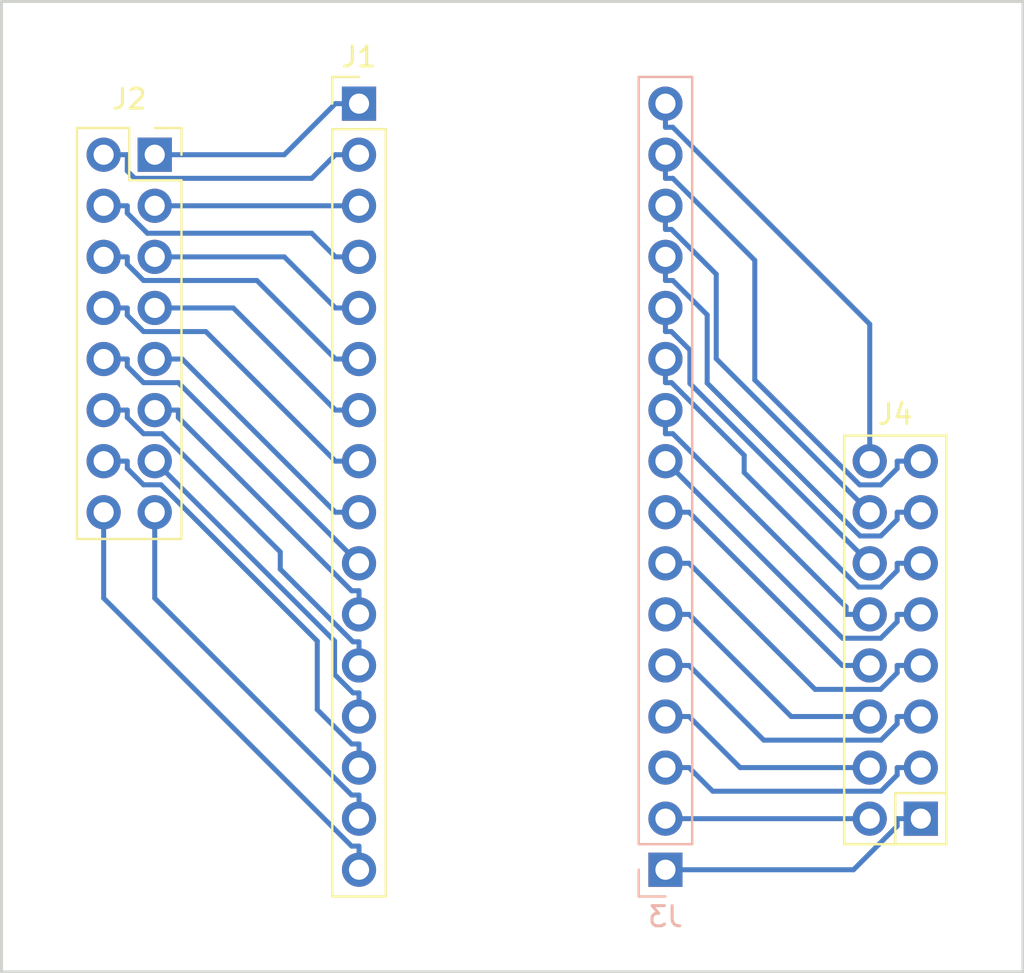
<source format=kicad_pcb>
(kicad_pcb (version 4) (host pcbnew 4.0.6+dfsg1-1)

  (general
    (links 32)
    (no_connects 0)
    (area 142.164999 86.284999 193.115001 134.695001)
    (thickness 1.6)
    (drawings 4)
    (tracks 161)
    (zones 0)
    (modules 4)
    (nets 33)
  )

  (page A4)
  (layers
    (0 F.Cu signal)
    (31 B.Cu signal)
    (32 B.Adhes user)
    (33 F.Adhes user)
    (34 B.Paste user)
    (35 F.Paste user)
    (36 B.SilkS user)
    (37 F.SilkS user)
    (38 B.Mask user)
    (39 F.Mask user)
    (40 Dwgs.User user)
    (41 Cmts.User user)
    (42 Eco1.User user)
    (43 Eco2.User user)
    (44 Edge.Cuts user)
    (45 Margin user)
    (46 B.CrtYd user)
    (47 F.CrtYd user)
    (48 B.Fab user)
    (49 F.Fab user)
  )

  (setup
    (last_trace_width 0.25)
    (trace_clearance 0.2)
    (zone_clearance 0.508)
    (zone_45_only no)
    (trace_min 0.2)
    (segment_width 0.2)
    (edge_width 0.15)
    (via_size 0.6)
    (via_drill 0.4)
    (via_min_size 0.4)
    (via_min_drill 0.3)
    (uvia_size 0.3)
    (uvia_drill 0.1)
    (uvias_allowed no)
    (uvia_min_size 0.2)
    (uvia_min_drill 0.1)
    (pcb_text_width 0.3)
    (pcb_text_size 1.5 1.5)
    (mod_edge_width 0.15)
    (mod_text_size 1 1)
    (mod_text_width 0.15)
    (pad_size 1.524 1.524)
    (pad_drill 0.762)
    (pad_to_mask_clearance 0.2)
    (aux_axis_origin 0 0)
    (visible_elements FFFFFF7F)
    (pcbplotparams
      (layerselection 0x00030_80000001)
      (usegerberextensions false)
      (excludeedgelayer true)
      (linewidth 0.100000)
      (plotframeref false)
      (viasonmask false)
      (mode 1)
      (useauxorigin false)
      (hpglpennumber 1)
      (hpglpenspeed 20)
      (hpglpendiameter 15)
      (hpglpenoverlay 2)
      (psnegative false)
      (psa4output false)
      (plotreference true)
      (plotvalue true)
      (plotinvisibletext false)
      (padsonsilk false)
      (subtractmaskfromsilk false)
      (outputformat 1)
      (mirror false)
      (drillshape 1)
      (scaleselection 1)
      (outputdirectory ""))
  )

  (net 0 "")
  (net 1 /C0_1)
  (net 2 /C0_2)
  (net 3 /C0_3)
  (net 4 /C0_4)
  (net 5 /C0_5)
  (net 6 /C0_6)
  (net 7 /C0_7)
  (net 8 /C0_8)
  (net 9 /C0_9)
  (net 10 /C0_10)
  (net 11 /C0_11)
  (net 12 /C0_12)
  (net 13 /C0_13)
  (net 14 /C0_14)
  (net 15 /C0_15)
  (net 16 /C0_16)
  (net 17 /C1_1)
  (net 18 /C1_2)
  (net 19 /C1_3)
  (net 20 /C1_4)
  (net 21 /C1_5)
  (net 22 /C1_6)
  (net 23 /C1_7)
  (net 24 /C1_8)
  (net 25 /C1_9)
  (net 26 /C1_10)
  (net 27 /C1_11)
  (net 28 /C1_12)
  (net 29 /C1_13)
  (net 30 /C1_14)
  (net 31 /C1_15)
  (net 32 /C1_16)

  (net_class Default "This is the default net class."
    (clearance 0.2)
    (trace_width 0.25)
    (via_dia 0.6)
    (via_drill 0.4)
    (uvia_dia 0.3)
    (uvia_drill 0.1)
    (add_net /C0_1)
    (add_net /C0_10)
    (add_net /C0_11)
    (add_net /C0_12)
    (add_net /C0_13)
    (add_net /C0_14)
    (add_net /C0_15)
    (add_net /C0_16)
    (add_net /C0_2)
    (add_net /C0_3)
    (add_net /C0_4)
    (add_net /C0_5)
    (add_net /C0_6)
    (add_net /C0_7)
    (add_net /C0_8)
    (add_net /C0_9)
    (add_net /C1_1)
    (add_net /C1_10)
    (add_net /C1_11)
    (add_net /C1_12)
    (add_net /C1_13)
    (add_net /C1_14)
    (add_net /C1_15)
    (add_net /C1_16)
    (add_net /C1_2)
    (add_net /C1_3)
    (add_net /C1_4)
    (add_net /C1_5)
    (add_net /C1_6)
    (add_net /C1_7)
    (add_net /C1_8)
    (add_net /C1_9)
  )

  (module Connector_PinHeader_2.54mm:PinHeader_1x16_P2.54mm_Vertical (layer F.Cu) (tedit 59FED5CC) (tstamp 5A918463)
    (at 160.02 91.44)
    (descr "Through hole straight pin header, 1x16, 2.54mm pitch, single row")
    (tags "Through hole pin header THT 1x16 2.54mm single row")
    (path /5A918315)
    (fp_text reference J1 (at 0 -2.33) (layer F.SilkS)
      (effects (font (size 1 1) (thickness 0.15)))
    )
    (fp_text value CONN_01X16 (at 0 40.43) (layer F.Fab)
      (effects (font (size 1 1) (thickness 0.15)))
    )
    (fp_line (start -0.635 -1.27) (end 1.27 -1.27) (layer F.Fab) (width 0.1))
    (fp_line (start 1.27 -1.27) (end 1.27 39.37) (layer F.Fab) (width 0.1))
    (fp_line (start 1.27 39.37) (end -1.27 39.37) (layer F.Fab) (width 0.1))
    (fp_line (start -1.27 39.37) (end -1.27 -0.635) (layer F.Fab) (width 0.1))
    (fp_line (start -1.27 -0.635) (end -0.635 -1.27) (layer F.Fab) (width 0.1))
    (fp_line (start -1.33 39.43) (end 1.33 39.43) (layer F.SilkS) (width 0.12))
    (fp_line (start -1.33 1.27) (end -1.33 39.43) (layer F.SilkS) (width 0.12))
    (fp_line (start 1.33 1.27) (end 1.33 39.43) (layer F.SilkS) (width 0.12))
    (fp_line (start -1.33 1.27) (end 1.33 1.27) (layer F.SilkS) (width 0.12))
    (fp_line (start -1.33 0) (end -1.33 -1.33) (layer F.SilkS) (width 0.12))
    (fp_line (start -1.33 -1.33) (end 0 -1.33) (layer F.SilkS) (width 0.12))
    (fp_line (start -1.8 -1.8) (end -1.8 39.9) (layer F.CrtYd) (width 0.05))
    (fp_line (start -1.8 39.9) (end 1.8 39.9) (layer F.CrtYd) (width 0.05))
    (fp_line (start 1.8 39.9) (end 1.8 -1.8) (layer F.CrtYd) (width 0.05))
    (fp_line (start 1.8 -1.8) (end -1.8 -1.8) (layer F.CrtYd) (width 0.05))
    (fp_text user %R (at 0 19.05 90) (layer F.Fab)
      (effects (font (size 1 1) (thickness 0.15)))
    )
    (pad 1 thru_hole rect (at 0 0) (size 1.7 1.7) (drill 1) (layers *.Cu *.Mask)
      (net 1 /C0_1))
    (pad 2 thru_hole oval (at 0 2.54) (size 1.7 1.7) (drill 1) (layers *.Cu *.Mask)
      (net 2 /C0_2))
    (pad 3 thru_hole oval (at 0 5.08) (size 1.7 1.7) (drill 1) (layers *.Cu *.Mask)
      (net 3 /C0_3))
    (pad 4 thru_hole oval (at 0 7.62) (size 1.7 1.7) (drill 1) (layers *.Cu *.Mask)
      (net 4 /C0_4))
    (pad 5 thru_hole oval (at 0 10.16) (size 1.7 1.7) (drill 1) (layers *.Cu *.Mask)
      (net 5 /C0_5))
    (pad 6 thru_hole oval (at 0 12.7) (size 1.7 1.7) (drill 1) (layers *.Cu *.Mask)
      (net 6 /C0_6))
    (pad 7 thru_hole oval (at 0 15.24) (size 1.7 1.7) (drill 1) (layers *.Cu *.Mask)
      (net 7 /C0_7))
    (pad 8 thru_hole oval (at 0 17.78) (size 1.7 1.7) (drill 1) (layers *.Cu *.Mask)
      (net 8 /C0_8))
    (pad 9 thru_hole oval (at 0 20.32) (size 1.7 1.7) (drill 1) (layers *.Cu *.Mask)
      (net 9 /C0_9))
    (pad 10 thru_hole oval (at 0 22.86) (size 1.7 1.7) (drill 1) (layers *.Cu *.Mask)
      (net 10 /C0_10))
    (pad 11 thru_hole oval (at 0 25.4) (size 1.7 1.7) (drill 1) (layers *.Cu *.Mask)
      (net 11 /C0_11))
    (pad 12 thru_hole oval (at 0 27.94) (size 1.7 1.7) (drill 1) (layers *.Cu *.Mask)
      (net 12 /C0_12))
    (pad 13 thru_hole oval (at 0 30.48) (size 1.7 1.7) (drill 1) (layers *.Cu *.Mask)
      (net 13 /C0_13))
    (pad 14 thru_hole oval (at 0 33.02) (size 1.7 1.7) (drill 1) (layers *.Cu *.Mask)
      (net 14 /C0_14))
    (pad 15 thru_hole oval (at 0 35.56) (size 1.7 1.7) (drill 1) (layers *.Cu *.Mask)
      (net 15 /C0_15))
    (pad 16 thru_hole oval (at 0 38.1) (size 1.7 1.7) (drill 1) (layers *.Cu *.Mask)
      (net 16 /C0_16))
    (model ${KISYS3DMOD}/Connector_PinHeader_2.54mm.3dshapes/PinHeader_1x16_P2.54mm_Vertical.wrl
      (at (xyz 0 0 0))
      (scale (xyz 1 1 1))
      (rotate (xyz 0 0 0))
    )
  )

  (module Connector_PinSocket_2.54mm:PinSocket_2x08_P2.54mm_Vertical (layer F.Cu) (tedit 5A19A42B) (tstamp 5A918477)
    (at 149.86 93.98)
    (descr "Through hole straight socket strip, 2x08, 2.54mm pitch, double cols (from Kicad 4.0.7), script generated")
    (tags "Through hole socket strip THT 2x08 2.54mm double row")
    (path /5A918364)
    (fp_text reference J2 (at -1.27 -2.77) (layer F.SilkS)
      (effects (font (size 1 1) (thickness 0.15)))
    )
    (fp_text value CONN_02X08 (at -1.27 20.55) (layer F.Fab)
      (effects (font (size 1 1) (thickness 0.15)))
    )
    (fp_line (start -3.81 -1.27) (end 0.27 -1.27) (layer F.Fab) (width 0.1))
    (fp_line (start 0.27 -1.27) (end 1.27 -0.27) (layer F.Fab) (width 0.1))
    (fp_line (start 1.27 -0.27) (end 1.27 19.05) (layer F.Fab) (width 0.1))
    (fp_line (start 1.27 19.05) (end -3.81 19.05) (layer F.Fab) (width 0.1))
    (fp_line (start -3.81 19.05) (end -3.81 -1.27) (layer F.Fab) (width 0.1))
    (fp_line (start -3.87 -1.33) (end -1.27 -1.33) (layer F.SilkS) (width 0.12))
    (fp_line (start -3.87 -1.33) (end -3.87 19.11) (layer F.SilkS) (width 0.12))
    (fp_line (start -3.87 19.11) (end 1.33 19.11) (layer F.SilkS) (width 0.12))
    (fp_line (start 1.33 1.27) (end 1.33 19.11) (layer F.SilkS) (width 0.12))
    (fp_line (start -1.27 1.27) (end 1.33 1.27) (layer F.SilkS) (width 0.12))
    (fp_line (start -1.27 -1.33) (end -1.27 1.27) (layer F.SilkS) (width 0.12))
    (fp_line (start 1.33 -1.33) (end 1.33 0) (layer F.SilkS) (width 0.12))
    (fp_line (start 0 -1.33) (end 1.33 -1.33) (layer F.SilkS) (width 0.12))
    (fp_line (start -4.34 -1.8) (end 1.76 -1.8) (layer F.CrtYd) (width 0.05))
    (fp_line (start 1.76 -1.8) (end 1.76 19.55) (layer F.CrtYd) (width 0.05))
    (fp_line (start 1.76 19.55) (end -4.34 19.55) (layer F.CrtYd) (width 0.05))
    (fp_line (start -4.34 19.55) (end -4.34 -1.8) (layer F.CrtYd) (width 0.05))
    (fp_text user %R (at -1.27 8.89 90) (layer F.Fab)
      (effects (font (size 1 1) (thickness 0.15)))
    )
    (pad 1 thru_hole rect (at 0 0) (size 1.7 1.7) (drill 1) (layers *.Cu *.Mask)
      (net 1 /C0_1))
    (pad 2 thru_hole oval (at -2.54 0) (size 1.7 1.7) (drill 1) (layers *.Cu *.Mask)
      (net 2 /C0_2))
    (pad 3 thru_hole oval (at 0 2.54) (size 1.7 1.7) (drill 1) (layers *.Cu *.Mask)
      (net 3 /C0_3))
    (pad 4 thru_hole oval (at -2.54 2.54) (size 1.7 1.7) (drill 1) (layers *.Cu *.Mask)
      (net 4 /C0_4))
    (pad 5 thru_hole oval (at 0 5.08) (size 1.7 1.7) (drill 1) (layers *.Cu *.Mask)
      (net 5 /C0_5))
    (pad 6 thru_hole oval (at -2.54 5.08) (size 1.7 1.7) (drill 1) (layers *.Cu *.Mask)
      (net 6 /C0_6))
    (pad 7 thru_hole oval (at 0 7.62) (size 1.7 1.7) (drill 1) (layers *.Cu *.Mask)
      (net 7 /C0_7))
    (pad 8 thru_hole oval (at -2.54 7.62) (size 1.7 1.7) (drill 1) (layers *.Cu *.Mask)
      (net 8 /C0_8))
    (pad 9 thru_hole oval (at 0 10.16) (size 1.7 1.7) (drill 1) (layers *.Cu *.Mask)
      (net 9 /C0_9))
    (pad 10 thru_hole oval (at -2.54 10.16) (size 1.7 1.7) (drill 1) (layers *.Cu *.Mask)
      (net 10 /C0_10))
    (pad 11 thru_hole oval (at 0 12.7) (size 1.7 1.7) (drill 1) (layers *.Cu *.Mask)
      (net 11 /C0_11))
    (pad 12 thru_hole oval (at -2.54 12.7) (size 1.7 1.7) (drill 1) (layers *.Cu *.Mask)
      (net 12 /C0_12))
    (pad 13 thru_hole oval (at 0 15.24) (size 1.7 1.7) (drill 1) (layers *.Cu *.Mask)
      (net 13 /C0_13))
    (pad 14 thru_hole oval (at -2.54 15.24) (size 1.7 1.7) (drill 1) (layers *.Cu *.Mask)
      (net 14 /C0_14))
    (pad 15 thru_hole oval (at 0 17.78) (size 1.7 1.7) (drill 1) (layers *.Cu *.Mask)
      (net 15 /C0_15))
    (pad 16 thru_hole oval (at -2.54 17.78) (size 1.7 1.7) (drill 1) (layers *.Cu *.Mask)
      (net 16 /C0_16))
    (model ${KISYS3DMOD}/Connector_PinSocket_2.54mm.3dshapes/PinSocket_2x08_P2.54mm_Vertical.wrl
      (at (xyz 0 0 0))
      (scale (xyz 1 1 1))
      (rotate (xyz 0 0 0))
    )
  )

  (module Connector_PinHeader_2.54mm:PinHeader_1x16_P2.54mm_Vertical (layer B.Cu) (tedit 59FED5CC) (tstamp 5A918796)
    (at 175.26 129.54)
    (descr "Through hole straight pin header, 1x16, 2.54mm pitch, single row")
    (tags "Through hole pin header THT 1x16 2.54mm single row")
    (path /5A91863B)
    (fp_text reference J3 (at 0 2.33) (layer B.SilkS)
      (effects (font (size 1 1) (thickness 0.15)) (justify mirror))
    )
    (fp_text value CONN_01X16 (at 0 -40.43) (layer B.Fab)
      (effects (font (size 1 1) (thickness 0.15)) (justify mirror))
    )
    (fp_line (start -0.635 1.27) (end 1.27 1.27) (layer B.Fab) (width 0.1))
    (fp_line (start 1.27 1.27) (end 1.27 -39.37) (layer B.Fab) (width 0.1))
    (fp_line (start 1.27 -39.37) (end -1.27 -39.37) (layer B.Fab) (width 0.1))
    (fp_line (start -1.27 -39.37) (end -1.27 0.635) (layer B.Fab) (width 0.1))
    (fp_line (start -1.27 0.635) (end -0.635 1.27) (layer B.Fab) (width 0.1))
    (fp_line (start -1.33 -39.43) (end 1.33 -39.43) (layer B.SilkS) (width 0.12))
    (fp_line (start -1.33 -1.27) (end -1.33 -39.43) (layer B.SilkS) (width 0.12))
    (fp_line (start 1.33 -1.27) (end 1.33 -39.43) (layer B.SilkS) (width 0.12))
    (fp_line (start -1.33 -1.27) (end 1.33 -1.27) (layer B.SilkS) (width 0.12))
    (fp_line (start -1.33 0) (end -1.33 1.33) (layer B.SilkS) (width 0.12))
    (fp_line (start -1.33 1.33) (end 0 1.33) (layer B.SilkS) (width 0.12))
    (fp_line (start -1.8 1.8) (end -1.8 -39.9) (layer B.CrtYd) (width 0.05))
    (fp_line (start -1.8 -39.9) (end 1.8 -39.9) (layer B.CrtYd) (width 0.05))
    (fp_line (start 1.8 -39.9) (end 1.8 1.8) (layer B.CrtYd) (width 0.05))
    (fp_line (start 1.8 1.8) (end -1.8 1.8) (layer B.CrtYd) (width 0.05))
    (fp_text user %R (at 0 -19.05 270) (layer B.Fab)
      (effects (font (size 1 1) (thickness 0.15)) (justify mirror))
    )
    (pad 1 thru_hole rect (at 0 0) (size 1.7 1.7) (drill 1) (layers *.Cu *.Mask)
      (net 17 /C1_1))
    (pad 2 thru_hole oval (at 0 -2.54) (size 1.7 1.7) (drill 1) (layers *.Cu *.Mask)
      (net 18 /C1_2))
    (pad 3 thru_hole oval (at 0 -5.08) (size 1.7 1.7) (drill 1) (layers *.Cu *.Mask)
      (net 19 /C1_3))
    (pad 4 thru_hole oval (at 0 -7.62) (size 1.7 1.7) (drill 1) (layers *.Cu *.Mask)
      (net 20 /C1_4))
    (pad 5 thru_hole oval (at 0 -10.16) (size 1.7 1.7) (drill 1) (layers *.Cu *.Mask)
      (net 21 /C1_5))
    (pad 6 thru_hole oval (at 0 -12.7) (size 1.7 1.7) (drill 1) (layers *.Cu *.Mask)
      (net 22 /C1_6))
    (pad 7 thru_hole oval (at 0 -15.24) (size 1.7 1.7) (drill 1) (layers *.Cu *.Mask)
      (net 23 /C1_7))
    (pad 8 thru_hole oval (at 0 -17.78) (size 1.7 1.7) (drill 1) (layers *.Cu *.Mask)
      (net 24 /C1_8))
    (pad 9 thru_hole oval (at 0 -20.32) (size 1.7 1.7) (drill 1) (layers *.Cu *.Mask)
      (net 25 /C1_9))
    (pad 10 thru_hole oval (at 0 -22.86) (size 1.7 1.7) (drill 1) (layers *.Cu *.Mask)
      (net 26 /C1_10))
    (pad 11 thru_hole oval (at 0 -25.4) (size 1.7 1.7) (drill 1) (layers *.Cu *.Mask)
      (net 27 /C1_11))
    (pad 12 thru_hole oval (at 0 -27.94) (size 1.7 1.7) (drill 1) (layers *.Cu *.Mask)
      (net 28 /C1_12))
    (pad 13 thru_hole oval (at 0 -30.48) (size 1.7 1.7) (drill 1) (layers *.Cu *.Mask)
      (net 29 /C1_13))
    (pad 14 thru_hole oval (at 0 -33.02) (size 1.7 1.7) (drill 1) (layers *.Cu *.Mask)
      (net 30 /C1_14))
    (pad 15 thru_hole oval (at 0 -35.56) (size 1.7 1.7) (drill 1) (layers *.Cu *.Mask)
      (net 31 /C1_15))
    (pad 16 thru_hole oval (at 0 -38.1) (size 1.7 1.7) (drill 1) (layers *.Cu *.Mask)
      (net 32 /C1_16))
    (model ${KISYS3DMOD}/Connector_PinHeader_2.54mm.3dshapes/PinHeader_1x16_P2.54mm_Vertical.wrl
      (at (xyz 0 0 0))
      (scale (xyz 1 1 1))
      (rotate (xyz 0 0 0))
    )
  )

  (module kiddy:PinSocket_2x08_P2.54mm_Vertical_R (layer F.Cu) (tedit 5A746204) (tstamp 5A9187AA)
    (at 187.96 127)
    (descr "Through hole straight pin header, 2x08, 2.54mm pitch, double rows")
    (tags "Through hole pin header THT 2x08 2.54mm double row")
    (path /5A91866E)
    (fp_text reference J4 (at -1.27 -20.11) (layer F.SilkS)
      (effects (font (size 1 1) (thickness 0.15)))
    )
    (fp_text value CONN_02X08 (at -1.27 2.33) (layer F.Fab)
      (effects (font (size 1 1) (thickness 0.15)))
    )
    (fp_line (start 0 1.27) (end -3.81 1.27) (layer F.Fab) (width 0.1))
    (fp_line (start -3.81 1.27) (end -3.81 -19.05) (layer F.Fab) (width 0.1))
    (fp_line (start -3.81 -19.05) (end 1.27 -19.05) (layer F.Fab) (width 0.1))
    (fp_line (start 1.27 -19.05) (end 1.27 0) (layer F.Fab) (width 0.1))
    (fp_line (start 1.27 0) (end 0 1.27) (layer F.Fab) (width 0.1))
    (fp_line (start 1.27 -19.05) (end -3.81 -19.05) (layer F.SilkS) (width 0.12))
    (fp_line (start 1.27 0) (end 1.27 -19.05) (layer F.SilkS) (width 0.12))
    (fp_line (start -3.81 1.27) (end -3.81 -19.05) (layer F.SilkS) (width 0.12))
    (fp_line (start 1.27 -1.27) (end -1.27 -1.27) (layer F.SilkS) (width 0.12))
    (fp_line (start -1.27 -1.27) (end -1.27 1.27) (layer F.SilkS) (width 0.12))
    (fp_line (start 1.26443 1.27) (end -3.81 1.27) (layer F.SilkS) (width 0.12))
    (fp_line (start 1.27 0) (end 1.27 1.27) (layer F.SilkS) (width 0.12))
    (fp_line (start -4.34 -19.58) (end -4.34 1.77) (layer F.CrtYd) (width 0.05))
    (fp_line (start -4.34 1.77) (end 1.81 1.77) (layer F.CrtYd) (width 0.05))
    (fp_line (start 1.81 1.77) (end 1.81 -19.58) (layer F.CrtYd) (width 0.05))
    (fp_line (start 1.81 -19.58) (end -4.34 -19.58) (layer F.CrtYd) (width 0.05))
    (fp_text user %R (at 0 -22.86 180) (layer F.Fab)
      (effects (font (size 1 1) (thickness 0.15)))
    )
    (pad 1 thru_hole rect (at 0 0) (size 1.7 1.7) (drill 1) (layers *.Cu *.Mask)
      (net 17 /C1_1))
    (pad 2 thru_hole oval (at -2.54 0) (size 1.7 1.7) (drill 1) (layers *.Cu *.Mask)
      (net 18 /C1_2))
    (pad 3 thru_hole oval (at 0 -2.54) (size 1.7 1.7) (drill 1) (layers *.Cu *.Mask)
      (net 19 /C1_3))
    (pad 4 thru_hole oval (at -2.54 -2.54) (size 1.7 1.7) (drill 1) (layers *.Cu *.Mask)
      (net 20 /C1_4))
    (pad 5 thru_hole oval (at 0 -5.08) (size 1.7 1.7) (drill 1) (layers *.Cu *.Mask)
      (net 21 /C1_5))
    (pad 6 thru_hole oval (at -2.54 -5.08) (size 1.7 1.7) (drill 1) (layers *.Cu *.Mask)
      (net 22 /C1_6))
    (pad 7 thru_hole oval (at 0 -7.62) (size 1.7 1.7) (drill 1) (layers *.Cu *.Mask)
      (net 23 /C1_7))
    (pad 8 thru_hole oval (at -2.54 -7.62) (size 1.7 1.7) (drill 1) (layers *.Cu *.Mask)
      (net 24 /C1_8))
    (pad 9 thru_hole oval (at 0 -10.16) (size 1.7 1.7) (drill 1) (layers *.Cu *.Mask)
      (net 25 /C1_9))
    (pad 10 thru_hole oval (at -2.54 -10.16) (size 1.7 1.7) (drill 1) (layers *.Cu *.Mask)
      (net 26 /C1_10))
    (pad 11 thru_hole oval (at 0 -12.7) (size 1.7 1.7) (drill 1) (layers *.Cu *.Mask)
      (net 27 /C1_11))
    (pad 12 thru_hole oval (at -2.54 -12.7) (size 1.7 1.7) (drill 1) (layers *.Cu *.Mask)
      (net 28 /C1_12))
    (pad 13 thru_hole oval (at 0 -15.24) (size 1.7 1.7) (drill 1) (layers *.Cu *.Mask)
      (net 29 /C1_13))
    (pad 14 thru_hole oval (at -2.54 -15.24) (size 1.7 1.7) (drill 1) (layers *.Cu *.Mask)
      (net 30 /C1_14))
    (pad 15 thru_hole oval (at 0 -17.78) (size 1.7 1.7) (drill 1) (layers *.Cu *.Mask)
      (net 31 /C1_15))
    (pad 16 thru_hole oval (at -2.54 -17.78) (size 1.7 1.7) (drill 1) (layers *.Cu *.Mask)
      (net 32 /C1_16))
    (model ${KISYS3DMOD}/Connector_PinSocket_2.54mm.3dshapes/PinSocket_2x08_P2.54mm_Vertical.wrl
      (at (xyz 0 0.7 0))
      (scale (xyz 1 1 1))
      (rotate (xyz 0 0 0))
    )
  )

  (gr_line (start 193.04 86.36) (end 142.24 86.36) (layer Edge.Cuts) (width 0.15))
  (gr_line (start 193.04 134.62) (end 193.04 86.36) (layer Edge.Cuts) (width 0.15))
  (gr_line (start 142.24 134.62) (end 193.04 134.62) (layer Edge.Cuts) (width 0.15))
  (gr_line (start 142.24 86.36) (end 142.24 134.62) (layer Edge.Cuts) (width 0.15))

  (segment (start 156.305 93.98) (end 149.86 93.98) (width 0.25) (layer B.Cu) (net 1))
  (segment (start 158.845 91.44) (end 156.305 93.98) (width 0.25) (layer B.Cu) (net 1))
  (segment (start 160.02 91.44) (end 158.845 91.44) (width 0.25) (layer B.Cu) (net 1))
  (segment (start 148.495 93.98) (end 147.32 93.98) (width 0.25) (layer B.Cu) (net 2))
  (segment (start 148.495 94.788) (end 148.495 93.98) (width 0.25) (layer B.Cu) (net 2))
  (segment (start 148.863 95.1553) (end 148.495 94.788) (width 0.25) (layer B.Cu) (net 2))
  (segment (start 157.669 95.1553) (end 148.863 95.1553) (width 0.25) (layer B.Cu) (net 2))
  (segment (start 158.845 93.98) (end 157.669 95.1553) (width 0.25) (layer B.Cu) (net 2))
  (segment (start 160.02 93.98) (end 158.845 93.98) (width 0.25) (layer B.Cu) (net 2))
  (segment (start 149.86 96.52) (end 160.02 96.52) (width 0.25) (layer B.Cu) (net 3))
  (segment (start 148.495 96.52) (end 147.32 96.52) (width 0.25) (layer B.Cu) (net 4))
  (segment (start 148.495 96.8874) (end 148.495 96.52) (width 0.25) (layer B.Cu) (net 4))
  (segment (start 149.493 97.8847) (end 148.495 96.8874) (width 0.25) (layer B.Cu) (net 4))
  (segment (start 157.669 97.8847) (end 149.493 97.8847) (width 0.25) (layer B.Cu) (net 4))
  (segment (start 158.845 99.06) (end 157.669 97.8847) (width 0.25) (layer B.Cu) (net 4))
  (segment (start 160.02 99.06) (end 158.845 99.06) (width 0.25) (layer B.Cu) (net 4))
  (segment (start 156.305 99.06) (end 149.86 99.06) (width 0.25) (layer B.Cu) (net 5))
  (segment (start 158.845 101.6) (end 156.305 99.06) (width 0.25) (layer B.Cu) (net 5))
  (segment (start 160.02 101.6) (end 158.845 101.6) (width 0.25) (layer B.Cu) (net 5))
  (segment (start 158.845 104.14) (end 160.02 104.14) (width 0.25) (layer B.Cu) (net 6))
  (segment (start 154.94 100.235) (end 158.845 104.14) (width 0.25) (layer B.Cu) (net 6))
  (segment (start 149.303 100.235) (end 154.94 100.235) (width 0.25) (layer B.Cu) (net 6))
  (segment (start 148.495 99.4274) (end 149.303 100.235) (width 0.25) (layer B.Cu) (net 6))
  (segment (start 148.495 99.06) (end 148.495 99.4274) (width 0.25) (layer B.Cu) (net 6))
  (segment (start 147.32 99.06) (end 148.495 99.06) (width 0.25) (layer B.Cu) (net 6))
  (segment (start 158.845 106.68) (end 160.02 106.68) (width 0.25) (layer B.Cu) (net 7))
  (segment (start 153.765 101.6) (end 158.845 106.68) (width 0.25) (layer B.Cu) (net 7))
  (segment (start 149.86 101.6) (end 153.765 101.6) (width 0.25) (layer B.Cu) (net 7))
  (segment (start 148.495 101.6) (end 147.32 101.6) (width 0.25) (layer B.Cu) (net 8))
  (segment (start 148.495 101.967) (end 148.495 101.6) (width 0.25) (layer B.Cu) (net 8))
  (segment (start 149.303 102.775) (end 148.495 101.967) (width 0.25) (layer B.Cu) (net 8))
  (segment (start 152.4 102.775) (end 149.303 102.775) (width 0.25) (layer B.Cu) (net 8))
  (segment (start 158.845 109.22) (end 152.4 102.775) (width 0.25) (layer B.Cu) (net 8))
  (segment (start 160.02 109.22) (end 158.845 109.22) (width 0.25) (layer B.Cu) (net 8))
  (segment (start 151.225 104.14) (end 149.86 104.14) (width 0.25) (layer B.Cu) (net 9))
  (segment (start 158.845 111.76) (end 151.225 104.14) (width 0.25) (layer B.Cu) (net 9))
  (segment (start 160.02 111.76) (end 158.845 111.76) (width 0.25) (layer B.Cu) (net 9))
  (segment (start 151.035 105.315) (end 160.02 114.3) (width 0.25) (layer B.Cu) (net 10))
  (segment (start 149.303 105.315) (end 151.035 105.315) (width 0.25) (layer B.Cu) (net 10))
  (segment (start 148.495 104.507) (end 149.303 105.315) (width 0.25) (layer B.Cu) (net 10))
  (segment (start 148.495 104.14) (end 148.495 104.507) (width 0.25) (layer B.Cu) (net 10))
  (segment (start 147.32 104.14) (end 148.495 104.14) (width 0.25) (layer B.Cu) (net 10))
  (segment (start 151.035 106.68) (end 149.86 106.68) (width 0.25) (layer B.Cu) (net 11))
  (segment (start 151.035 107.047) (end 151.035 106.68) (width 0.25) (layer B.Cu) (net 11))
  (segment (start 159.653 115.665) (end 151.035 107.047) (width 0.25) (layer B.Cu) (net 11))
  (segment (start 160.02 115.665) (end 159.653 115.665) (width 0.25) (layer B.Cu) (net 11))
  (segment (start 160.02 116.84) (end 160.02 115.665) (width 0.25) (layer B.Cu) (net 11))
  (segment (start 148.495 106.68) (end 147.32 106.68) (width 0.25) (layer B.Cu) (net 12))
  (segment (start 148.495 107.047) (end 148.495 106.68) (width 0.25) (layer B.Cu) (net 12))
  (segment (start 149.303 107.855) (end 148.495 107.047) (width 0.25) (layer B.Cu) (net 12))
  (segment (start 150.224 107.855) (end 149.303 107.855) (width 0.25) (layer B.Cu) (net 12))
  (segment (start 156.104 113.736) (end 150.224 107.855) (width 0.25) (layer B.Cu) (net 12))
  (segment (start 156.104 114.592) (end 156.104 113.736) (width 0.25) (layer B.Cu) (net 12))
  (segment (start 159.717 118.205) (end 156.104 114.592) (width 0.25) (layer B.Cu) (net 12))
  (segment (start 160.02 118.205) (end 159.717 118.205) (width 0.25) (layer B.Cu) (net 12))
  (segment (start 160.02 119.38) (end 160.02 118.205) (width 0.25) (layer B.Cu) (net 12))
  (segment (start 158.804 118.164) (end 149.86 109.22) (width 0.25) (layer B.Cu) (net 13))
  (segment (start 158.804 119.827) (end 158.804 118.164) (width 0.25) (layer B.Cu) (net 13))
  (segment (start 159.722 120.745) (end 158.804 119.827) (width 0.25) (layer B.Cu) (net 13))
  (segment (start 160.02 120.745) (end 159.722 120.745) (width 0.25) (layer B.Cu) (net 13))
  (segment (start 160.02 121.92) (end 160.02 120.745) (width 0.25) (layer B.Cu) (net 13))
  (segment (start 160.02 123.285) (end 160.02 124.46) (width 0.25) (layer B.Cu) (net 14))
  (segment (start 159.653 123.285) (end 160.02 123.285) (width 0.25) (layer B.Cu) (net 14))
  (segment (start 157.944 121.576) (end 159.653 123.285) (width 0.25) (layer B.Cu) (net 14))
  (segment (start 157.944 118.17) (end 157.944 121.576) (width 0.25) (layer B.Cu) (net 14))
  (segment (start 150.169 110.395) (end 157.944 118.17) (width 0.25) (layer B.Cu) (net 14))
  (segment (start 149.303 110.395) (end 150.169 110.395) (width 0.25) (layer B.Cu) (net 14))
  (segment (start 148.495 109.587) (end 149.303 110.395) (width 0.25) (layer B.Cu) (net 14))
  (segment (start 148.495 109.22) (end 148.495 109.587) (width 0.25) (layer B.Cu) (net 14))
  (segment (start 147.32 109.22) (end 148.495 109.22) (width 0.25) (layer B.Cu) (net 14))
  (segment (start 149.86 116.032) (end 149.86 111.76) (width 0.25) (layer B.Cu) (net 15))
  (segment (start 159.653 125.825) (end 149.86 116.032) (width 0.25) (layer B.Cu) (net 15))
  (segment (start 160.02 125.825) (end 159.653 125.825) (width 0.25) (layer B.Cu) (net 15))
  (segment (start 160.02 127) (end 160.02 125.825) (width 0.25) (layer B.Cu) (net 15))
  (segment (start 147.32 116.032) (end 147.32 111.76) (width 0.25) (layer B.Cu) (net 16))
  (segment (start 159.653 128.365) (end 147.32 116.032) (width 0.25) (layer B.Cu) (net 16))
  (segment (start 160.02 128.365) (end 159.653 128.365) (width 0.25) (layer B.Cu) (net 16))
  (segment (start 160.02 129.54) (end 160.02 128.365) (width 0.25) (layer B.Cu) (net 16))
  (segment (start 184.612 129.54) (end 175.26 129.54) (width 0.25) (layer B.Cu) (net 17))
  (segment (start 186.785 127.367) (end 184.612 129.54) (width 0.25) (layer B.Cu) (net 17))
  (segment (start 186.785 127) (end 186.785 127.367) (width 0.25) (layer B.Cu) (net 17))
  (segment (start 187.96 127) (end 186.785 127) (width 0.25) (layer B.Cu) (net 17))
  (segment (start 185.42 127) (end 175.26 127) (width 0.25) (layer B.Cu) (net 18))
  (segment (start 186.785 124.46) (end 187.96 124.46) (width 0.25) (layer B.Cu) (net 19))
  (segment (start 186.785 124.827) (end 186.785 124.46) (width 0.25) (layer B.Cu) (net 19))
  (segment (start 185.977 125.635) (end 186.785 124.827) (width 0.25) (layer B.Cu) (net 19))
  (segment (start 177.611 125.635) (end 185.977 125.635) (width 0.25) (layer B.Cu) (net 19))
  (segment (start 176.435 124.46) (end 177.611 125.635) (width 0.25) (layer B.Cu) (net 19))
  (segment (start 175.26 124.46) (end 176.435 124.46) (width 0.25) (layer B.Cu) (net 19))
  (segment (start 178.975 124.46) (end 185.42 124.46) (width 0.25) (layer B.Cu) (net 20))
  (segment (start 176.435 121.92) (end 178.975 124.46) (width 0.25) (layer B.Cu) (net 20))
  (segment (start 175.26 121.92) (end 176.435 121.92) (width 0.25) (layer B.Cu) (net 20))
  (segment (start 176.435 119.38) (end 175.26 119.38) (width 0.25) (layer B.Cu) (net 21))
  (segment (start 180.151 123.095) (end 176.435 119.38) (width 0.25) (layer B.Cu) (net 21))
  (segment (start 185.977 123.095) (end 180.151 123.095) (width 0.25) (layer B.Cu) (net 21))
  (segment (start 186.785 122.287) (end 185.977 123.095) (width 0.25) (layer B.Cu) (net 21))
  (segment (start 186.785 121.92) (end 186.785 122.287) (width 0.25) (layer B.Cu) (net 21))
  (segment (start 187.96 121.92) (end 186.785 121.92) (width 0.25) (layer B.Cu) (net 21))
  (segment (start 176.435 116.84) (end 175.26 116.84) (width 0.25) (layer B.Cu) (net 22))
  (segment (start 181.515 121.92) (end 176.435 116.84) (width 0.25) (layer B.Cu) (net 22))
  (segment (start 185.42 121.92) (end 181.515 121.92) (width 0.25) (layer B.Cu) (net 22))
  (segment (start 186.785 119.38) (end 187.96 119.38) (width 0.25) (layer B.Cu) (net 23))
  (segment (start 186.785 119.747) (end 186.785 119.38) (width 0.25) (layer B.Cu) (net 23))
  (segment (start 185.961 120.571) (end 186.785 119.747) (width 0.25) (layer B.Cu) (net 23))
  (segment (start 182.706 120.571) (end 185.961 120.571) (width 0.25) (layer B.Cu) (net 23))
  (segment (start 176.435 114.3) (end 182.706 120.571) (width 0.25) (layer B.Cu) (net 23))
  (segment (start 175.26 114.3) (end 176.435 114.3) (width 0.25) (layer B.Cu) (net 23))
  (segment (start 184.055 119.38) (end 185.42 119.38) (width 0.25) (layer B.Cu) (net 24))
  (segment (start 176.435 111.76) (end 184.055 119.38) (width 0.25) (layer B.Cu) (net 24))
  (segment (start 175.26 111.76) (end 176.435 111.76) (width 0.25) (layer B.Cu) (net 24))
  (segment (start 184.066 118.026) (end 175.26 109.22) (width 0.25) (layer B.Cu) (net 25))
  (segment (start 185.966 118.026) (end 184.066 118.026) (width 0.25) (layer B.Cu) (net 25))
  (segment (start 186.785 117.207) (end 185.966 118.026) (width 0.25) (layer B.Cu) (net 25))
  (segment (start 186.785 116.84) (end 186.785 117.207) (width 0.25) (layer B.Cu) (net 25))
  (segment (start 187.96 116.84) (end 186.785 116.84) (width 0.25) (layer B.Cu) (net 25))
  (segment (start 184.245 116.84) (end 185.42 116.84) (width 0.25) (layer B.Cu) (net 26))
  (segment (start 184.245 116.473) (end 184.245 116.84) (width 0.25) (layer B.Cu) (net 26))
  (segment (start 175.627 107.855) (end 184.245 116.473) (width 0.25) (layer B.Cu) (net 26))
  (segment (start 175.26 107.855) (end 175.627 107.855) (width 0.25) (layer B.Cu) (net 26))
  (segment (start 175.26 106.68) (end 175.26 107.855) (width 0.25) (layer B.Cu) (net 26))
  (segment (start 186.785 114.3) (end 187.96 114.3) (width 0.25) (layer B.Cu) (net 27))
  (segment (start 186.785 114.667) (end 186.785 114.3) (width 0.25) (layer B.Cu) (net 27))
  (segment (start 185.97 115.482) (end 186.785 114.667) (width 0.25) (layer B.Cu) (net 27))
  (segment (start 184.874 115.482) (end 185.97 115.482) (width 0.25) (layer B.Cu) (net 27))
  (segment (start 179.176 109.784) (end 184.874 115.482) (width 0.25) (layer B.Cu) (net 27))
  (segment (start 179.176 108.928) (end 179.176 109.784) (width 0.25) (layer B.Cu) (net 27))
  (segment (start 175.563 105.315) (end 179.176 108.928) (width 0.25) (layer B.Cu) (net 27))
  (segment (start 175.26 105.315) (end 175.563 105.315) (width 0.25) (layer B.Cu) (net 27))
  (segment (start 175.26 104.14) (end 175.26 105.315) (width 0.25) (layer B.Cu) (net 27))
  (segment (start 176.476 105.356) (end 185.42 114.3) (width 0.25) (layer B.Cu) (net 28))
  (segment (start 176.476 103.693) (end 176.476 105.356) (width 0.25) (layer B.Cu) (net 28))
  (segment (start 175.558 102.775) (end 176.476 103.693) (width 0.25) (layer B.Cu) (net 28))
  (segment (start 175.26 102.775) (end 175.558 102.775) (width 0.25) (layer B.Cu) (net 28))
  (segment (start 175.26 101.6) (end 175.26 102.775) (width 0.25) (layer B.Cu) (net 28))
  (segment (start 175.26 100.235) (end 175.26 99.06) (width 0.25) (layer B.Cu) (net 29))
  (segment (start 175.627 100.235) (end 175.26 100.235) (width 0.25) (layer B.Cu) (net 29))
  (segment (start 177.336 101.944) (end 175.627 100.235) (width 0.25) (layer B.Cu) (net 29))
  (segment (start 177.336 105.338) (end 177.336 101.944) (width 0.25) (layer B.Cu) (net 29))
  (segment (start 184.938 112.94) (end 177.336 105.338) (width 0.25) (layer B.Cu) (net 29))
  (segment (start 185.972 112.94) (end 184.938 112.94) (width 0.25) (layer B.Cu) (net 29))
  (segment (start 186.785 112.127) (end 185.972 112.94) (width 0.25) (layer B.Cu) (net 29))
  (segment (start 186.785 111.76) (end 186.785 112.127) (width 0.25) (layer B.Cu) (net 29))
  (segment (start 187.96 111.76) (end 186.785 111.76) (width 0.25) (layer B.Cu) (net 29))
  (segment (start 175.26 97.6953) (end 175.26 96.52) (width 0.25) (layer B.Cu) (net 30))
  (segment (start 175.561 97.6953) (end 175.26 97.6953) (width 0.25) (layer B.Cu) (net 30))
  (segment (start 177.786 99.9202) (end 175.561 97.6953) (width 0.25) (layer B.Cu) (net 30))
  (segment (start 177.786 104.126) (end 177.786 99.9202) (width 0.25) (layer B.Cu) (net 30))
  (segment (start 185.42 111.76) (end 177.786 104.126) (width 0.25) (layer B.Cu) (net 30))
  (segment (start 186.785 109.22) (end 187.96 109.22) (width 0.25) (layer B.Cu) (net 31))
  (segment (start 186.785 109.587) (end 186.785 109.22) (width 0.25) (layer B.Cu) (net 31))
  (segment (start 185.974 110.398) (end 186.785 109.587) (width 0.25) (layer B.Cu) (net 31))
  (segment (start 184.919 110.398) (end 185.974 110.398) (width 0.25) (layer B.Cu) (net 31))
  (segment (start 179.703 105.181) (end 184.919 110.398) (width 0.25) (layer B.Cu) (net 31))
  (segment (start 179.703 99.2309) (end 179.703 105.181) (width 0.25) (layer B.Cu) (net 31))
  (segment (start 175.627 95.1553) (end 179.703 99.2309) (width 0.25) (layer B.Cu) (net 31))
  (segment (start 175.26 95.1553) (end 175.627 95.1553) (width 0.25) (layer B.Cu) (net 31))
  (segment (start 175.26 93.98) (end 175.26 95.1553) (width 0.25) (layer B.Cu) (net 31))
  (segment (start 185.42 102.408) (end 185.42 109.22) (width 0.25) (layer B.Cu) (net 32))
  (segment (start 175.627 92.6153) (end 185.42 102.408) (width 0.25) (layer B.Cu) (net 32))
  (segment (start 175.26 92.6153) (end 175.627 92.6153) (width 0.25) (layer B.Cu) (net 32))
  (segment (start 175.26 91.44) (end 175.26 92.6153) (width 0.25) (layer B.Cu) (net 32))

)

</source>
